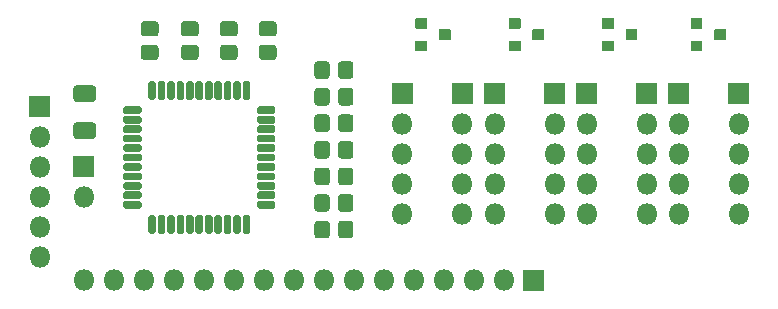
<source format=gbr>
%TF.GenerationSoftware,KiCad,Pcbnew,5.1.10-88a1d61d58~88~ubuntu20.04.1*%
%TF.CreationDate,2021-05-20T12:52:21-04:00*%
%TF.ProjectId,hexdisplay16,68657864-6973-4706-9c61-7931362e6b69,rev?*%
%TF.SameCoordinates,Original*%
%TF.FileFunction,Soldermask,Top*%
%TF.FilePolarity,Negative*%
%FSLAX46Y46*%
G04 Gerber Fmt 4.6, Leading zero omitted, Abs format (unit mm)*
G04 Created by KiCad (PCBNEW 5.1.10-88a1d61d58~88~ubuntu20.04.1) date 2021-05-20 12:52:21*
%MOMM*%
%LPD*%
G01*
G04 APERTURE LIST*
%ADD10O,1.801600X1.801600*%
G04 APERTURE END LIST*
D10*
%TO.C,J12*%
X137380000Y-134360000D03*
X137380000Y-131820000D03*
X137380000Y-129280000D03*
X137380000Y-126740000D03*
G36*
G01*
X136479200Y-125050000D02*
X136479200Y-123350000D01*
G75*
G02*
X136530000Y-123299200I50800J0D01*
G01*
X138230000Y-123299200D01*
G75*
G02*
X138280800Y-123350000I0J-50800D01*
G01*
X138280800Y-125050000D01*
G75*
G02*
X138230000Y-125100800I-50800J0D01*
G01*
X136530000Y-125100800D01*
G75*
G02*
X136479200Y-125050000I0J50800D01*
G01*
G37*
%TD*%
%TO.C,J11*%
X132300000Y-134360000D03*
X132300000Y-131820000D03*
X132300000Y-129280000D03*
X132300000Y-126740000D03*
G36*
G01*
X131399200Y-125050000D02*
X131399200Y-123350000D01*
G75*
G02*
X131450000Y-123299200I50800J0D01*
G01*
X133150000Y-123299200D01*
G75*
G02*
X133200800Y-123350000I0J-50800D01*
G01*
X133200800Y-125050000D01*
G75*
G02*
X133150000Y-125100800I-50800J0D01*
G01*
X131450000Y-125100800D01*
G75*
G02*
X131399200Y-125050000I0J50800D01*
G01*
G37*
%TD*%
%TO.C,J22*%
G36*
G01*
X128679200Y-125050000D02*
X128679200Y-123350000D01*
G75*
G02*
X128730000Y-123299200I50800J0D01*
G01*
X130430000Y-123299200D01*
G75*
G02*
X130480800Y-123350000I0J-50800D01*
G01*
X130480800Y-125050000D01*
G75*
G02*
X130430000Y-125100800I-50800J0D01*
G01*
X128730000Y-125100800D01*
G75*
G02*
X128679200Y-125050000I0J50800D01*
G01*
G37*
X129580000Y-126740000D03*
X129580000Y-129280000D03*
X129580000Y-131820000D03*
X129580000Y-134360000D03*
%TD*%
%TO.C,J32*%
X121780000Y-134360000D03*
X121780000Y-131820000D03*
X121780000Y-129280000D03*
X121780000Y-126740000D03*
G36*
G01*
X120879200Y-125050000D02*
X120879200Y-123350000D01*
G75*
G02*
X120930000Y-123299200I50800J0D01*
G01*
X122630000Y-123299200D01*
G75*
G02*
X122680800Y-123350000I0J-50800D01*
G01*
X122680800Y-125050000D01*
G75*
G02*
X122630000Y-125100800I-50800J0D01*
G01*
X120930000Y-125100800D01*
G75*
G02*
X120879200Y-125050000I0J50800D01*
G01*
G37*
%TD*%
%TO.C,J41*%
G36*
G01*
X107999200Y-125050000D02*
X107999200Y-123350000D01*
G75*
G02*
X108050000Y-123299200I50800J0D01*
G01*
X109750000Y-123299200D01*
G75*
G02*
X109800800Y-123350000I0J-50800D01*
G01*
X109800800Y-125050000D01*
G75*
G02*
X109750000Y-125100800I-50800J0D01*
G01*
X108050000Y-125100800D01*
G75*
G02*
X107999200Y-125050000I0J50800D01*
G01*
G37*
X108900000Y-126740000D03*
X108900000Y-129280000D03*
X108900000Y-131820000D03*
X108900000Y-134360000D03*
%TD*%
%TO.C,J31*%
X116700000Y-134360000D03*
X116700000Y-131820000D03*
X116700000Y-129280000D03*
X116700000Y-126740000D03*
G36*
G01*
X115799200Y-125050000D02*
X115799200Y-123350000D01*
G75*
G02*
X115850000Y-123299200I50800J0D01*
G01*
X117550000Y-123299200D01*
G75*
G02*
X117600800Y-123350000I0J-50800D01*
G01*
X117600800Y-125050000D01*
G75*
G02*
X117550000Y-125100800I-50800J0D01*
G01*
X115850000Y-125100800D01*
G75*
G02*
X115799200Y-125050000I0J50800D01*
G01*
G37*
%TD*%
%TO.C,J42*%
G36*
G01*
X113079200Y-125050000D02*
X113079200Y-123350000D01*
G75*
G02*
X113130000Y-123299200I50800J0D01*
G01*
X114830000Y-123299200D01*
G75*
G02*
X114880800Y-123350000I0J-50800D01*
G01*
X114880800Y-125050000D01*
G75*
G02*
X114830000Y-125100800I-50800J0D01*
G01*
X113130000Y-125100800D01*
G75*
G02*
X113079200Y-125050000I0J50800D01*
G01*
G37*
X113980000Y-126740000D03*
X113980000Y-129280000D03*
X113980000Y-131820000D03*
X113980000Y-134360000D03*
%TD*%
%TO.C,J21*%
G36*
G01*
X123599200Y-125050000D02*
X123599200Y-123350000D01*
G75*
G02*
X123650000Y-123299200I50800J0D01*
G01*
X125350000Y-123299200D01*
G75*
G02*
X125400800Y-123350000I0J-50800D01*
G01*
X125400800Y-125050000D01*
G75*
G02*
X125350000Y-125100800I-50800J0D01*
G01*
X123650000Y-125100800D01*
G75*
G02*
X123599200Y-125050000I0J50800D01*
G01*
G37*
X124500000Y-126740000D03*
X124500000Y-129280000D03*
X124500000Y-131820000D03*
X124500000Y-134360000D03*
%TD*%
%TO.C,J6*%
G36*
G01*
X119150000Y-139099200D02*
X120850000Y-139099200D01*
G75*
G02*
X120900800Y-139150000I0J-50800D01*
G01*
X120900800Y-140850000D01*
G75*
G02*
X120850000Y-140900800I-50800J0D01*
G01*
X119150000Y-140900800D01*
G75*
G02*
X119099200Y-140850000I0J50800D01*
G01*
X119099200Y-139150000D01*
G75*
G02*
X119150000Y-139099200I50800J0D01*
G01*
G37*
X117460000Y-140000000D03*
X114920000Y-140000000D03*
X112380000Y-140000000D03*
X109840000Y-140000000D03*
X107300000Y-140000000D03*
X104760000Y-140000000D03*
X102220000Y-140000000D03*
X99680000Y-140000000D03*
X97140000Y-140000000D03*
X94600000Y-140000000D03*
X92060000Y-140000000D03*
X89520000Y-140000000D03*
X86980000Y-140000000D03*
X84440000Y-140000000D03*
X81900000Y-140000000D03*
%TD*%
%TO.C,C1*%
G36*
G01*
X82681633Y-128038300D02*
X81318367Y-128038300D01*
G75*
G02*
X81049200Y-127769133I0J269167D01*
G01*
X81049200Y-126880867D01*
G75*
G02*
X81318367Y-126611700I269167J0D01*
G01*
X82681633Y-126611700D01*
G75*
G02*
X82950800Y-126880867I0J-269167D01*
G01*
X82950800Y-127769133D01*
G75*
G02*
X82681633Y-128038300I-269167J0D01*
G01*
G37*
G36*
G01*
X82681633Y-124913300D02*
X81318367Y-124913300D01*
G75*
G02*
X81049200Y-124644133I0J269167D01*
G01*
X81049200Y-123755867D01*
G75*
G02*
X81318367Y-123486700I269167J0D01*
G01*
X82681633Y-123486700D01*
G75*
G02*
X82950800Y-123755867I0J-269167D01*
G01*
X82950800Y-124644133D01*
G75*
G02*
X82681633Y-124913300I-269167J0D01*
G01*
G37*
%TD*%
%TO.C,J5*%
G36*
G01*
X80999200Y-131230000D02*
X80999200Y-129530000D01*
G75*
G02*
X81050000Y-129479200I50800J0D01*
G01*
X82750000Y-129479200D01*
G75*
G02*
X82800800Y-129530000I0J-50800D01*
G01*
X82800800Y-131230000D01*
G75*
G02*
X82750000Y-131280800I-50800J0D01*
G01*
X81050000Y-131280800D01*
G75*
G02*
X80999200Y-131230000I0J50800D01*
G01*
G37*
X81900000Y-132920000D03*
%TD*%
%TO.C,J7*%
G36*
G01*
X77299200Y-126150000D02*
X77299200Y-124450000D01*
G75*
G02*
X77350000Y-124399200I50800J0D01*
G01*
X79050000Y-124399200D01*
G75*
G02*
X79100800Y-124450000I0J-50800D01*
G01*
X79100800Y-126150000D01*
G75*
G02*
X79050000Y-126200800I-50800J0D01*
G01*
X77350000Y-126200800D01*
G75*
G02*
X77299200Y-126150000I0J50800D01*
G01*
G37*
X78200000Y-127840000D03*
X78200000Y-130380000D03*
X78200000Y-132920000D03*
X78200000Y-135460000D03*
X78200000Y-138000000D03*
%TD*%
%TO.C,Q1*%
G36*
G01*
X111999200Y-119600000D02*
X111999200Y-118800000D01*
G75*
G02*
X112050000Y-118749200I50800J0D01*
G01*
X112950000Y-118749200D01*
G75*
G02*
X113000800Y-118800000I0J-50800D01*
G01*
X113000800Y-119600000D01*
G75*
G02*
X112950000Y-119650800I-50800J0D01*
G01*
X112050000Y-119650800D01*
G75*
G02*
X111999200Y-119600000I0J50800D01*
G01*
G37*
G36*
G01*
X109999200Y-120550000D02*
X109999200Y-119750000D01*
G75*
G02*
X110050000Y-119699200I50800J0D01*
G01*
X110950000Y-119699200D01*
G75*
G02*
X111000800Y-119750000I0J-50800D01*
G01*
X111000800Y-120550000D01*
G75*
G02*
X110950000Y-120600800I-50800J0D01*
G01*
X110050000Y-120600800D01*
G75*
G02*
X109999200Y-120550000I0J50800D01*
G01*
G37*
G36*
G01*
X109999200Y-118650000D02*
X109999200Y-117850000D01*
G75*
G02*
X110050000Y-117799200I50800J0D01*
G01*
X110950000Y-117799200D01*
G75*
G02*
X111000800Y-117850000I0J-50800D01*
G01*
X111000800Y-118650000D01*
G75*
G02*
X110950000Y-118700800I-50800J0D01*
G01*
X110050000Y-118700800D01*
G75*
G02*
X109999200Y-118650000I0J50800D01*
G01*
G37*
%TD*%
%TO.C,Q2*%
G36*
G01*
X117899200Y-118650000D02*
X117899200Y-117850000D01*
G75*
G02*
X117950000Y-117799200I50800J0D01*
G01*
X118850000Y-117799200D01*
G75*
G02*
X118900800Y-117850000I0J-50800D01*
G01*
X118900800Y-118650000D01*
G75*
G02*
X118850000Y-118700800I-50800J0D01*
G01*
X117950000Y-118700800D01*
G75*
G02*
X117899200Y-118650000I0J50800D01*
G01*
G37*
G36*
G01*
X117899200Y-120550000D02*
X117899200Y-119750000D01*
G75*
G02*
X117950000Y-119699200I50800J0D01*
G01*
X118850000Y-119699200D01*
G75*
G02*
X118900800Y-119750000I0J-50800D01*
G01*
X118900800Y-120550000D01*
G75*
G02*
X118850000Y-120600800I-50800J0D01*
G01*
X117950000Y-120600800D01*
G75*
G02*
X117899200Y-120550000I0J50800D01*
G01*
G37*
G36*
G01*
X119899200Y-119600000D02*
X119899200Y-118800000D01*
G75*
G02*
X119950000Y-118749200I50800J0D01*
G01*
X120850000Y-118749200D01*
G75*
G02*
X120900800Y-118800000I0J-50800D01*
G01*
X120900800Y-119600000D01*
G75*
G02*
X120850000Y-119650800I-50800J0D01*
G01*
X119950000Y-119650800D01*
G75*
G02*
X119899200Y-119600000I0J50800D01*
G01*
G37*
%TD*%
%TO.C,Q3*%
G36*
G01*
X125799200Y-118650000D02*
X125799200Y-117850000D01*
G75*
G02*
X125850000Y-117799200I50800J0D01*
G01*
X126750000Y-117799200D01*
G75*
G02*
X126800800Y-117850000I0J-50800D01*
G01*
X126800800Y-118650000D01*
G75*
G02*
X126750000Y-118700800I-50800J0D01*
G01*
X125850000Y-118700800D01*
G75*
G02*
X125799200Y-118650000I0J50800D01*
G01*
G37*
G36*
G01*
X125799200Y-120550000D02*
X125799200Y-119750000D01*
G75*
G02*
X125850000Y-119699200I50800J0D01*
G01*
X126750000Y-119699200D01*
G75*
G02*
X126800800Y-119750000I0J-50800D01*
G01*
X126800800Y-120550000D01*
G75*
G02*
X126750000Y-120600800I-50800J0D01*
G01*
X125850000Y-120600800D01*
G75*
G02*
X125799200Y-120550000I0J50800D01*
G01*
G37*
G36*
G01*
X127799200Y-119600000D02*
X127799200Y-118800000D01*
G75*
G02*
X127850000Y-118749200I50800J0D01*
G01*
X128750000Y-118749200D01*
G75*
G02*
X128800800Y-118800000I0J-50800D01*
G01*
X128800800Y-119600000D01*
G75*
G02*
X128750000Y-119650800I-50800J0D01*
G01*
X127850000Y-119650800D01*
G75*
G02*
X127799200Y-119600000I0J50800D01*
G01*
G37*
%TD*%
%TO.C,Q4*%
G36*
G01*
X135299200Y-119600000D02*
X135299200Y-118800000D01*
G75*
G02*
X135350000Y-118749200I50800J0D01*
G01*
X136250000Y-118749200D01*
G75*
G02*
X136300800Y-118800000I0J-50800D01*
G01*
X136300800Y-119600000D01*
G75*
G02*
X136250000Y-119650800I-50800J0D01*
G01*
X135350000Y-119650800D01*
G75*
G02*
X135299200Y-119600000I0J50800D01*
G01*
G37*
G36*
G01*
X133299200Y-120550000D02*
X133299200Y-119750000D01*
G75*
G02*
X133350000Y-119699200I50800J0D01*
G01*
X134250000Y-119699200D01*
G75*
G02*
X134300800Y-119750000I0J-50800D01*
G01*
X134300800Y-120550000D01*
G75*
G02*
X134250000Y-120600800I-50800J0D01*
G01*
X133350000Y-120600800D01*
G75*
G02*
X133299200Y-120550000I0J50800D01*
G01*
G37*
G36*
G01*
X133299200Y-118650000D02*
X133299200Y-117850000D01*
G75*
G02*
X133350000Y-117799200I50800J0D01*
G01*
X134250000Y-117799200D01*
G75*
G02*
X134300800Y-117850000I0J-50800D01*
G01*
X134300800Y-118650000D01*
G75*
G02*
X134250000Y-118700800I-50800J0D01*
G01*
X133350000Y-118700800D01*
G75*
G02*
X133299200Y-118650000I0J50800D01*
G01*
G37*
%TD*%
%TO.C,R1*%
G36*
G01*
X101449200Y-122679635D02*
X101449200Y-121720365D01*
G75*
G02*
X101720365Y-121449200I271165J0D01*
G01*
X102479635Y-121449200D01*
G75*
G02*
X102750800Y-121720365I0J-271165D01*
G01*
X102750800Y-122679635D01*
G75*
G02*
X102479635Y-122950800I-271165J0D01*
G01*
X101720365Y-122950800D01*
G75*
G02*
X101449200Y-122679635I0J271165D01*
G01*
G37*
G36*
G01*
X103449200Y-122679635D02*
X103449200Y-121720365D01*
G75*
G02*
X103720365Y-121449200I271165J0D01*
G01*
X104479635Y-121449200D01*
G75*
G02*
X104750800Y-121720365I0J-271165D01*
G01*
X104750800Y-122679635D01*
G75*
G02*
X104479635Y-122950800I-271165J0D01*
G01*
X103720365Y-122950800D01*
G75*
G02*
X103449200Y-122679635I0J271165D01*
G01*
G37*
%TD*%
%TO.C,R2*%
G36*
G01*
X103449200Y-124929635D02*
X103449200Y-123970365D01*
G75*
G02*
X103720365Y-123699200I271165J0D01*
G01*
X104479635Y-123699200D01*
G75*
G02*
X104750800Y-123970365I0J-271165D01*
G01*
X104750800Y-124929635D01*
G75*
G02*
X104479635Y-125200800I-271165J0D01*
G01*
X103720365Y-125200800D01*
G75*
G02*
X103449200Y-124929635I0J271165D01*
G01*
G37*
G36*
G01*
X101449200Y-124929635D02*
X101449200Y-123970365D01*
G75*
G02*
X101720365Y-123699200I271165J0D01*
G01*
X102479635Y-123699200D01*
G75*
G02*
X102750800Y-123970365I0J-271165D01*
G01*
X102750800Y-124929635D01*
G75*
G02*
X102479635Y-125200800I-271165J0D01*
G01*
X101720365Y-125200800D01*
G75*
G02*
X101449200Y-124929635I0J271165D01*
G01*
G37*
%TD*%
%TO.C,R3*%
G36*
G01*
X101449200Y-127179635D02*
X101449200Y-126220365D01*
G75*
G02*
X101720365Y-125949200I271165J0D01*
G01*
X102479635Y-125949200D01*
G75*
G02*
X102750800Y-126220365I0J-271165D01*
G01*
X102750800Y-127179635D01*
G75*
G02*
X102479635Y-127450800I-271165J0D01*
G01*
X101720365Y-127450800D01*
G75*
G02*
X101449200Y-127179635I0J271165D01*
G01*
G37*
G36*
G01*
X103449200Y-127179635D02*
X103449200Y-126220365D01*
G75*
G02*
X103720365Y-125949200I271165J0D01*
G01*
X104479635Y-125949200D01*
G75*
G02*
X104750800Y-126220365I0J-271165D01*
G01*
X104750800Y-127179635D01*
G75*
G02*
X104479635Y-127450800I-271165J0D01*
G01*
X103720365Y-127450800D01*
G75*
G02*
X103449200Y-127179635I0J271165D01*
G01*
G37*
%TD*%
%TO.C,R4*%
G36*
G01*
X103449200Y-129429635D02*
X103449200Y-128470365D01*
G75*
G02*
X103720365Y-128199200I271165J0D01*
G01*
X104479635Y-128199200D01*
G75*
G02*
X104750800Y-128470365I0J-271165D01*
G01*
X104750800Y-129429635D01*
G75*
G02*
X104479635Y-129700800I-271165J0D01*
G01*
X103720365Y-129700800D01*
G75*
G02*
X103449200Y-129429635I0J271165D01*
G01*
G37*
G36*
G01*
X101449200Y-129429635D02*
X101449200Y-128470365D01*
G75*
G02*
X101720365Y-128199200I271165J0D01*
G01*
X102479635Y-128199200D01*
G75*
G02*
X102750800Y-128470365I0J-271165D01*
G01*
X102750800Y-129429635D01*
G75*
G02*
X102479635Y-129700800I-271165J0D01*
G01*
X101720365Y-129700800D01*
G75*
G02*
X101449200Y-129429635I0J271165D01*
G01*
G37*
%TD*%
%TO.C,R5*%
G36*
G01*
X101449200Y-131679635D02*
X101449200Y-130720365D01*
G75*
G02*
X101720365Y-130449200I271165J0D01*
G01*
X102479635Y-130449200D01*
G75*
G02*
X102750800Y-130720365I0J-271165D01*
G01*
X102750800Y-131679635D01*
G75*
G02*
X102479635Y-131950800I-271165J0D01*
G01*
X101720365Y-131950800D01*
G75*
G02*
X101449200Y-131679635I0J271165D01*
G01*
G37*
G36*
G01*
X103449200Y-131679635D02*
X103449200Y-130720365D01*
G75*
G02*
X103720365Y-130449200I271165J0D01*
G01*
X104479635Y-130449200D01*
G75*
G02*
X104750800Y-130720365I0J-271165D01*
G01*
X104750800Y-131679635D01*
G75*
G02*
X104479635Y-131950800I-271165J0D01*
G01*
X103720365Y-131950800D01*
G75*
G02*
X103449200Y-131679635I0J271165D01*
G01*
G37*
%TD*%
%TO.C,R6*%
G36*
G01*
X103449200Y-133929635D02*
X103449200Y-132970365D01*
G75*
G02*
X103720365Y-132699200I271165J0D01*
G01*
X104479635Y-132699200D01*
G75*
G02*
X104750800Y-132970365I0J-271165D01*
G01*
X104750800Y-133929635D01*
G75*
G02*
X104479635Y-134200800I-271165J0D01*
G01*
X103720365Y-134200800D01*
G75*
G02*
X103449200Y-133929635I0J271165D01*
G01*
G37*
G36*
G01*
X101449200Y-133929635D02*
X101449200Y-132970365D01*
G75*
G02*
X101720365Y-132699200I271165J0D01*
G01*
X102479635Y-132699200D01*
G75*
G02*
X102750800Y-132970365I0J-271165D01*
G01*
X102750800Y-133929635D01*
G75*
G02*
X102479635Y-134200800I-271165J0D01*
G01*
X101720365Y-134200800D01*
G75*
G02*
X101449200Y-133929635I0J271165D01*
G01*
G37*
%TD*%
%TO.C,R7*%
G36*
G01*
X101449200Y-136179635D02*
X101449200Y-135220365D01*
G75*
G02*
X101720365Y-134949200I271165J0D01*
G01*
X102479635Y-134949200D01*
G75*
G02*
X102750800Y-135220365I0J-271165D01*
G01*
X102750800Y-136179635D01*
G75*
G02*
X102479635Y-136450800I-271165J0D01*
G01*
X101720365Y-136450800D01*
G75*
G02*
X101449200Y-136179635I0J271165D01*
G01*
G37*
G36*
G01*
X103449200Y-136179635D02*
X103449200Y-135220365D01*
G75*
G02*
X103720365Y-134949200I271165J0D01*
G01*
X104479635Y-134949200D01*
G75*
G02*
X104750800Y-135220365I0J-271165D01*
G01*
X104750800Y-136179635D01*
G75*
G02*
X104479635Y-136450800I-271165J0D01*
G01*
X103720365Y-136450800D01*
G75*
G02*
X103449200Y-136179635I0J271165D01*
G01*
G37*
%TD*%
%TO.C,R8*%
G36*
G01*
X97020365Y-118049200D02*
X97979635Y-118049200D01*
G75*
G02*
X98250800Y-118320365I0J-271165D01*
G01*
X98250800Y-119079635D01*
G75*
G02*
X97979635Y-119350800I-271165J0D01*
G01*
X97020365Y-119350800D01*
G75*
G02*
X96749200Y-119079635I0J271165D01*
G01*
X96749200Y-118320365D01*
G75*
G02*
X97020365Y-118049200I271165J0D01*
G01*
G37*
G36*
G01*
X97020365Y-120049200D02*
X97979635Y-120049200D01*
G75*
G02*
X98250800Y-120320365I0J-271165D01*
G01*
X98250800Y-121079635D01*
G75*
G02*
X97979635Y-121350800I-271165J0D01*
G01*
X97020365Y-121350800D01*
G75*
G02*
X96749200Y-121079635I0J271165D01*
G01*
X96749200Y-120320365D01*
G75*
G02*
X97020365Y-120049200I271165J0D01*
G01*
G37*
%TD*%
%TO.C,R9*%
G36*
G01*
X93720365Y-120049200D02*
X94679635Y-120049200D01*
G75*
G02*
X94950800Y-120320365I0J-271165D01*
G01*
X94950800Y-121079635D01*
G75*
G02*
X94679635Y-121350800I-271165J0D01*
G01*
X93720365Y-121350800D01*
G75*
G02*
X93449200Y-121079635I0J271165D01*
G01*
X93449200Y-120320365D01*
G75*
G02*
X93720365Y-120049200I271165J0D01*
G01*
G37*
G36*
G01*
X93720365Y-118049200D02*
X94679635Y-118049200D01*
G75*
G02*
X94950800Y-118320365I0J-271165D01*
G01*
X94950800Y-119079635D01*
G75*
G02*
X94679635Y-119350800I-271165J0D01*
G01*
X93720365Y-119350800D01*
G75*
G02*
X93449200Y-119079635I0J271165D01*
G01*
X93449200Y-118320365D01*
G75*
G02*
X93720365Y-118049200I271165J0D01*
G01*
G37*
%TD*%
%TO.C,R10*%
G36*
G01*
X90420365Y-118049200D02*
X91379635Y-118049200D01*
G75*
G02*
X91650800Y-118320365I0J-271165D01*
G01*
X91650800Y-119079635D01*
G75*
G02*
X91379635Y-119350800I-271165J0D01*
G01*
X90420365Y-119350800D01*
G75*
G02*
X90149200Y-119079635I0J271165D01*
G01*
X90149200Y-118320365D01*
G75*
G02*
X90420365Y-118049200I271165J0D01*
G01*
G37*
G36*
G01*
X90420365Y-120049200D02*
X91379635Y-120049200D01*
G75*
G02*
X91650800Y-120320365I0J-271165D01*
G01*
X91650800Y-121079635D01*
G75*
G02*
X91379635Y-121350800I-271165J0D01*
G01*
X90420365Y-121350800D01*
G75*
G02*
X90149200Y-121079635I0J271165D01*
G01*
X90149200Y-120320365D01*
G75*
G02*
X90420365Y-120049200I271165J0D01*
G01*
G37*
%TD*%
%TO.C,R11*%
G36*
G01*
X87020365Y-120049200D02*
X87979635Y-120049200D01*
G75*
G02*
X88250800Y-120320365I0J-271165D01*
G01*
X88250800Y-121079635D01*
G75*
G02*
X87979635Y-121350800I-271165J0D01*
G01*
X87020365Y-121350800D01*
G75*
G02*
X86749200Y-121079635I0J271165D01*
G01*
X86749200Y-120320365D01*
G75*
G02*
X87020365Y-120049200I271165J0D01*
G01*
G37*
G36*
G01*
X87020365Y-118049200D02*
X87979635Y-118049200D01*
G75*
G02*
X88250800Y-118320365I0J-271165D01*
G01*
X88250800Y-119079635D01*
G75*
G02*
X87979635Y-119350800I-271165J0D01*
G01*
X87020365Y-119350800D01*
G75*
G02*
X86749200Y-119079635I0J271165D01*
G01*
X86749200Y-118320365D01*
G75*
G02*
X87020365Y-118049200I271165J0D01*
G01*
G37*
%TD*%
%TO.C,U1*%
G36*
G01*
X85249200Y-125762900D02*
X85249200Y-125437100D01*
G75*
G02*
X85412100Y-125274200I162900J0D01*
G01*
X86662900Y-125274200D01*
G75*
G02*
X86825800Y-125437100I0J-162900D01*
G01*
X86825800Y-125762900D01*
G75*
G02*
X86662900Y-125925800I-162900J0D01*
G01*
X85412100Y-125925800D01*
G75*
G02*
X85249200Y-125762900I0J162900D01*
G01*
G37*
G36*
G01*
X85249200Y-126562900D02*
X85249200Y-126237100D01*
G75*
G02*
X85412100Y-126074200I162900J0D01*
G01*
X86662900Y-126074200D01*
G75*
G02*
X86825800Y-126237100I0J-162900D01*
G01*
X86825800Y-126562900D01*
G75*
G02*
X86662900Y-126725800I-162900J0D01*
G01*
X85412100Y-126725800D01*
G75*
G02*
X85249200Y-126562900I0J162900D01*
G01*
G37*
G36*
G01*
X85249200Y-127362900D02*
X85249200Y-127037100D01*
G75*
G02*
X85412100Y-126874200I162900J0D01*
G01*
X86662900Y-126874200D01*
G75*
G02*
X86825800Y-127037100I0J-162900D01*
G01*
X86825800Y-127362900D01*
G75*
G02*
X86662900Y-127525800I-162900J0D01*
G01*
X85412100Y-127525800D01*
G75*
G02*
X85249200Y-127362900I0J162900D01*
G01*
G37*
G36*
G01*
X85249200Y-128162900D02*
X85249200Y-127837100D01*
G75*
G02*
X85412100Y-127674200I162900J0D01*
G01*
X86662900Y-127674200D01*
G75*
G02*
X86825800Y-127837100I0J-162900D01*
G01*
X86825800Y-128162900D01*
G75*
G02*
X86662900Y-128325800I-162900J0D01*
G01*
X85412100Y-128325800D01*
G75*
G02*
X85249200Y-128162900I0J162900D01*
G01*
G37*
G36*
G01*
X85249200Y-128962900D02*
X85249200Y-128637100D01*
G75*
G02*
X85412100Y-128474200I162900J0D01*
G01*
X86662900Y-128474200D01*
G75*
G02*
X86825800Y-128637100I0J-162900D01*
G01*
X86825800Y-128962900D01*
G75*
G02*
X86662900Y-129125800I-162900J0D01*
G01*
X85412100Y-129125800D01*
G75*
G02*
X85249200Y-128962900I0J162900D01*
G01*
G37*
G36*
G01*
X85249200Y-129762900D02*
X85249200Y-129437100D01*
G75*
G02*
X85412100Y-129274200I162900J0D01*
G01*
X86662900Y-129274200D01*
G75*
G02*
X86825800Y-129437100I0J-162900D01*
G01*
X86825800Y-129762900D01*
G75*
G02*
X86662900Y-129925800I-162900J0D01*
G01*
X85412100Y-129925800D01*
G75*
G02*
X85249200Y-129762900I0J162900D01*
G01*
G37*
G36*
G01*
X85249200Y-130562900D02*
X85249200Y-130237100D01*
G75*
G02*
X85412100Y-130074200I162900J0D01*
G01*
X86662900Y-130074200D01*
G75*
G02*
X86825800Y-130237100I0J-162900D01*
G01*
X86825800Y-130562900D01*
G75*
G02*
X86662900Y-130725800I-162900J0D01*
G01*
X85412100Y-130725800D01*
G75*
G02*
X85249200Y-130562900I0J162900D01*
G01*
G37*
G36*
G01*
X85249200Y-131362900D02*
X85249200Y-131037100D01*
G75*
G02*
X85412100Y-130874200I162900J0D01*
G01*
X86662900Y-130874200D01*
G75*
G02*
X86825800Y-131037100I0J-162900D01*
G01*
X86825800Y-131362900D01*
G75*
G02*
X86662900Y-131525800I-162900J0D01*
G01*
X85412100Y-131525800D01*
G75*
G02*
X85249200Y-131362900I0J162900D01*
G01*
G37*
G36*
G01*
X85249200Y-132162900D02*
X85249200Y-131837100D01*
G75*
G02*
X85412100Y-131674200I162900J0D01*
G01*
X86662900Y-131674200D01*
G75*
G02*
X86825800Y-131837100I0J-162900D01*
G01*
X86825800Y-132162900D01*
G75*
G02*
X86662900Y-132325800I-162900J0D01*
G01*
X85412100Y-132325800D01*
G75*
G02*
X85249200Y-132162900I0J162900D01*
G01*
G37*
G36*
G01*
X85249200Y-132962900D02*
X85249200Y-132637100D01*
G75*
G02*
X85412100Y-132474200I162900J0D01*
G01*
X86662900Y-132474200D01*
G75*
G02*
X86825800Y-132637100I0J-162900D01*
G01*
X86825800Y-132962900D01*
G75*
G02*
X86662900Y-133125800I-162900J0D01*
G01*
X85412100Y-133125800D01*
G75*
G02*
X85249200Y-132962900I0J162900D01*
G01*
G37*
G36*
G01*
X85249200Y-133762900D02*
X85249200Y-133437100D01*
G75*
G02*
X85412100Y-133274200I162900J0D01*
G01*
X86662900Y-133274200D01*
G75*
G02*
X86825800Y-133437100I0J-162900D01*
G01*
X86825800Y-133762900D01*
G75*
G02*
X86662900Y-133925800I-162900J0D01*
G01*
X85412100Y-133925800D01*
G75*
G02*
X85249200Y-133762900I0J162900D01*
G01*
G37*
G36*
G01*
X87374200Y-135887900D02*
X87374200Y-134637100D01*
G75*
G02*
X87537100Y-134474200I162900J0D01*
G01*
X87862900Y-134474200D01*
G75*
G02*
X88025800Y-134637100I0J-162900D01*
G01*
X88025800Y-135887900D01*
G75*
G02*
X87862900Y-136050800I-162900J0D01*
G01*
X87537100Y-136050800D01*
G75*
G02*
X87374200Y-135887900I0J162900D01*
G01*
G37*
G36*
G01*
X88174200Y-135887900D02*
X88174200Y-134637100D01*
G75*
G02*
X88337100Y-134474200I162900J0D01*
G01*
X88662900Y-134474200D01*
G75*
G02*
X88825800Y-134637100I0J-162900D01*
G01*
X88825800Y-135887900D01*
G75*
G02*
X88662900Y-136050800I-162900J0D01*
G01*
X88337100Y-136050800D01*
G75*
G02*
X88174200Y-135887900I0J162900D01*
G01*
G37*
G36*
G01*
X88974200Y-135887900D02*
X88974200Y-134637100D01*
G75*
G02*
X89137100Y-134474200I162900J0D01*
G01*
X89462900Y-134474200D01*
G75*
G02*
X89625800Y-134637100I0J-162900D01*
G01*
X89625800Y-135887900D01*
G75*
G02*
X89462900Y-136050800I-162900J0D01*
G01*
X89137100Y-136050800D01*
G75*
G02*
X88974200Y-135887900I0J162900D01*
G01*
G37*
G36*
G01*
X89774200Y-135887900D02*
X89774200Y-134637100D01*
G75*
G02*
X89937100Y-134474200I162900J0D01*
G01*
X90262900Y-134474200D01*
G75*
G02*
X90425800Y-134637100I0J-162900D01*
G01*
X90425800Y-135887900D01*
G75*
G02*
X90262900Y-136050800I-162900J0D01*
G01*
X89937100Y-136050800D01*
G75*
G02*
X89774200Y-135887900I0J162900D01*
G01*
G37*
G36*
G01*
X90574200Y-135887900D02*
X90574200Y-134637100D01*
G75*
G02*
X90737100Y-134474200I162900J0D01*
G01*
X91062900Y-134474200D01*
G75*
G02*
X91225800Y-134637100I0J-162900D01*
G01*
X91225800Y-135887900D01*
G75*
G02*
X91062900Y-136050800I-162900J0D01*
G01*
X90737100Y-136050800D01*
G75*
G02*
X90574200Y-135887900I0J162900D01*
G01*
G37*
G36*
G01*
X91374200Y-135887900D02*
X91374200Y-134637100D01*
G75*
G02*
X91537100Y-134474200I162900J0D01*
G01*
X91862900Y-134474200D01*
G75*
G02*
X92025800Y-134637100I0J-162900D01*
G01*
X92025800Y-135887900D01*
G75*
G02*
X91862900Y-136050800I-162900J0D01*
G01*
X91537100Y-136050800D01*
G75*
G02*
X91374200Y-135887900I0J162900D01*
G01*
G37*
G36*
G01*
X92174200Y-135887900D02*
X92174200Y-134637100D01*
G75*
G02*
X92337100Y-134474200I162900J0D01*
G01*
X92662900Y-134474200D01*
G75*
G02*
X92825800Y-134637100I0J-162900D01*
G01*
X92825800Y-135887900D01*
G75*
G02*
X92662900Y-136050800I-162900J0D01*
G01*
X92337100Y-136050800D01*
G75*
G02*
X92174200Y-135887900I0J162900D01*
G01*
G37*
G36*
G01*
X92974200Y-135887900D02*
X92974200Y-134637100D01*
G75*
G02*
X93137100Y-134474200I162900J0D01*
G01*
X93462900Y-134474200D01*
G75*
G02*
X93625800Y-134637100I0J-162900D01*
G01*
X93625800Y-135887900D01*
G75*
G02*
X93462900Y-136050800I-162900J0D01*
G01*
X93137100Y-136050800D01*
G75*
G02*
X92974200Y-135887900I0J162900D01*
G01*
G37*
G36*
G01*
X93774200Y-135887900D02*
X93774200Y-134637100D01*
G75*
G02*
X93937100Y-134474200I162900J0D01*
G01*
X94262900Y-134474200D01*
G75*
G02*
X94425800Y-134637100I0J-162900D01*
G01*
X94425800Y-135887900D01*
G75*
G02*
X94262900Y-136050800I-162900J0D01*
G01*
X93937100Y-136050800D01*
G75*
G02*
X93774200Y-135887900I0J162900D01*
G01*
G37*
G36*
G01*
X94574200Y-135887900D02*
X94574200Y-134637100D01*
G75*
G02*
X94737100Y-134474200I162900J0D01*
G01*
X95062900Y-134474200D01*
G75*
G02*
X95225800Y-134637100I0J-162900D01*
G01*
X95225800Y-135887900D01*
G75*
G02*
X95062900Y-136050800I-162900J0D01*
G01*
X94737100Y-136050800D01*
G75*
G02*
X94574200Y-135887900I0J162900D01*
G01*
G37*
G36*
G01*
X95374200Y-135887900D02*
X95374200Y-134637100D01*
G75*
G02*
X95537100Y-134474200I162900J0D01*
G01*
X95862900Y-134474200D01*
G75*
G02*
X96025800Y-134637100I0J-162900D01*
G01*
X96025800Y-135887900D01*
G75*
G02*
X95862900Y-136050800I-162900J0D01*
G01*
X95537100Y-136050800D01*
G75*
G02*
X95374200Y-135887900I0J162900D01*
G01*
G37*
G36*
G01*
X96574200Y-133762900D02*
X96574200Y-133437100D01*
G75*
G02*
X96737100Y-133274200I162900J0D01*
G01*
X97987900Y-133274200D01*
G75*
G02*
X98150800Y-133437100I0J-162900D01*
G01*
X98150800Y-133762900D01*
G75*
G02*
X97987900Y-133925800I-162900J0D01*
G01*
X96737100Y-133925800D01*
G75*
G02*
X96574200Y-133762900I0J162900D01*
G01*
G37*
G36*
G01*
X96574200Y-132962900D02*
X96574200Y-132637100D01*
G75*
G02*
X96737100Y-132474200I162900J0D01*
G01*
X97987900Y-132474200D01*
G75*
G02*
X98150800Y-132637100I0J-162900D01*
G01*
X98150800Y-132962900D01*
G75*
G02*
X97987900Y-133125800I-162900J0D01*
G01*
X96737100Y-133125800D01*
G75*
G02*
X96574200Y-132962900I0J162900D01*
G01*
G37*
G36*
G01*
X96574200Y-132162900D02*
X96574200Y-131837100D01*
G75*
G02*
X96737100Y-131674200I162900J0D01*
G01*
X97987900Y-131674200D01*
G75*
G02*
X98150800Y-131837100I0J-162900D01*
G01*
X98150800Y-132162900D01*
G75*
G02*
X97987900Y-132325800I-162900J0D01*
G01*
X96737100Y-132325800D01*
G75*
G02*
X96574200Y-132162900I0J162900D01*
G01*
G37*
G36*
G01*
X96574200Y-131362900D02*
X96574200Y-131037100D01*
G75*
G02*
X96737100Y-130874200I162900J0D01*
G01*
X97987900Y-130874200D01*
G75*
G02*
X98150800Y-131037100I0J-162900D01*
G01*
X98150800Y-131362900D01*
G75*
G02*
X97987900Y-131525800I-162900J0D01*
G01*
X96737100Y-131525800D01*
G75*
G02*
X96574200Y-131362900I0J162900D01*
G01*
G37*
G36*
G01*
X96574200Y-130562900D02*
X96574200Y-130237100D01*
G75*
G02*
X96737100Y-130074200I162900J0D01*
G01*
X97987900Y-130074200D01*
G75*
G02*
X98150800Y-130237100I0J-162900D01*
G01*
X98150800Y-130562900D01*
G75*
G02*
X97987900Y-130725800I-162900J0D01*
G01*
X96737100Y-130725800D01*
G75*
G02*
X96574200Y-130562900I0J162900D01*
G01*
G37*
G36*
G01*
X96574200Y-129762900D02*
X96574200Y-129437100D01*
G75*
G02*
X96737100Y-129274200I162900J0D01*
G01*
X97987900Y-129274200D01*
G75*
G02*
X98150800Y-129437100I0J-162900D01*
G01*
X98150800Y-129762900D01*
G75*
G02*
X97987900Y-129925800I-162900J0D01*
G01*
X96737100Y-129925800D01*
G75*
G02*
X96574200Y-129762900I0J162900D01*
G01*
G37*
G36*
G01*
X96574200Y-128962900D02*
X96574200Y-128637100D01*
G75*
G02*
X96737100Y-128474200I162900J0D01*
G01*
X97987900Y-128474200D01*
G75*
G02*
X98150800Y-128637100I0J-162900D01*
G01*
X98150800Y-128962900D01*
G75*
G02*
X97987900Y-129125800I-162900J0D01*
G01*
X96737100Y-129125800D01*
G75*
G02*
X96574200Y-128962900I0J162900D01*
G01*
G37*
G36*
G01*
X96574200Y-128162900D02*
X96574200Y-127837100D01*
G75*
G02*
X96737100Y-127674200I162900J0D01*
G01*
X97987900Y-127674200D01*
G75*
G02*
X98150800Y-127837100I0J-162900D01*
G01*
X98150800Y-128162900D01*
G75*
G02*
X97987900Y-128325800I-162900J0D01*
G01*
X96737100Y-128325800D01*
G75*
G02*
X96574200Y-128162900I0J162900D01*
G01*
G37*
G36*
G01*
X96574200Y-127362900D02*
X96574200Y-127037100D01*
G75*
G02*
X96737100Y-126874200I162900J0D01*
G01*
X97987900Y-126874200D01*
G75*
G02*
X98150800Y-127037100I0J-162900D01*
G01*
X98150800Y-127362900D01*
G75*
G02*
X97987900Y-127525800I-162900J0D01*
G01*
X96737100Y-127525800D01*
G75*
G02*
X96574200Y-127362900I0J162900D01*
G01*
G37*
G36*
G01*
X96574200Y-126562900D02*
X96574200Y-126237100D01*
G75*
G02*
X96737100Y-126074200I162900J0D01*
G01*
X97987900Y-126074200D01*
G75*
G02*
X98150800Y-126237100I0J-162900D01*
G01*
X98150800Y-126562900D01*
G75*
G02*
X97987900Y-126725800I-162900J0D01*
G01*
X96737100Y-126725800D01*
G75*
G02*
X96574200Y-126562900I0J162900D01*
G01*
G37*
G36*
G01*
X96574200Y-125762900D02*
X96574200Y-125437100D01*
G75*
G02*
X96737100Y-125274200I162900J0D01*
G01*
X97987900Y-125274200D01*
G75*
G02*
X98150800Y-125437100I0J-162900D01*
G01*
X98150800Y-125762900D01*
G75*
G02*
X97987900Y-125925800I-162900J0D01*
G01*
X96737100Y-125925800D01*
G75*
G02*
X96574200Y-125762900I0J162900D01*
G01*
G37*
G36*
G01*
X95374200Y-124562900D02*
X95374200Y-123312100D01*
G75*
G02*
X95537100Y-123149200I162900J0D01*
G01*
X95862900Y-123149200D01*
G75*
G02*
X96025800Y-123312100I0J-162900D01*
G01*
X96025800Y-124562900D01*
G75*
G02*
X95862900Y-124725800I-162900J0D01*
G01*
X95537100Y-124725800D01*
G75*
G02*
X95374200Y-124562900I0J162900D01*
G01*
G37*
G36*
G01*
X94574200Y-124562900D02*
X94574200Y-123312100D01*
G75*
G02*
X94737100Y-123149200I162900J0D01*
G01*
X95062900Y-123149200D01*
G75*
G02*
X95225800Y-123312100I0J-162900D01*
G01*
X95225800Y-124562900D01*
G75*
G02*
X95062900Y-124725800I-162900J0D01*
G01*
X94737100Y-124725800D01*
G75*
G02*
X94574200Y-124562900I0J162900D01*
G01*
G37*
G36*
G01*
X93774200Y-124562900D02*
X93774200Y-123312100D01*
G75*
G02*
X93937100Y-123149200I162900J0D01*
G01*
X94262900Y-123149200D01*
G75*
G02*
X94425800Y-123312100I0J-162900D01*
G01*
X94425800Y-124562900D01*
G75*
G02*
X94262900Y-124725800I-162900J0D01*
G01*
X93937100Y-124725800D01*
G75*
G02*
X93774200Y-124562900I0J162900D01*
G01*
G37*
G36*
G01*
X92974200Y-124562900D02*
X92974200Y-123312100D01*
G75*
G02*
X93137100Y-123149200I162900J0D01*
G01*
X93462900Y-123149200D01*
G75*
G02*
X93625800Y-123312100I0J-162900D01*
G01*
X93625800Y-124562900D01*
G75*
G02*
X93462900Y-124725800I-162900J0D01*
G01*
X93137100Y-124725800D01*
G75*
G02*
X92974200Y-124562900I0J162900D01*
G01*
G37*
G36*
G01*
X92174200Y-124562900D02*
X92174200Y-123312100D01*
G75*
G02*
X92337100Y-123149200I162900J0D01*
G01*
X92662900Y-123149200D01*
G75*
G02*
X92825800Y-123312100I0J-162900D01*
G01*
X92825800Y-124562900D01*
G75*
G02*
X92662900Y-124725800I-162900J0D01*
G01*
X92337100Y-124725800D01*
G75*
G02*
X92174200Y-124562900I0J162900D01*
G01*
G37*
G36*
G01*
X91374200Y-124562900D02*
X91374200Y-123312100D01*
G75*
G02*
X91537100Y-123149200I162900J0D01*
G01*
X91862900Y-123149200D01*
G75*
G02*
X92025800Y-123312100I0J-162900D01*
G01*
X92025800Y-124562900D01*
G75*
G02*
X91862900Y-124725800I-162900J0D01*
G01*
X91537100Y-124725800D01*
G75*
G02*
X91374200Y-124562900I0J162900D01*
G01*
G37*
G36*
G01*
X90574200Y-124562900D02*
X90574200Y-123312100D01*
G75*
G02*
X90737100Y-123149200I162900J0D01*
G01*
X91062900Y-123149200D01*
G75*
G02*
X91225800Y-123312100I0J-162900D01*
G01*
X91225800Y-124562900D01*
G75*
G02*
X91062900Y-124725800I-162900J0D01*
G01*
X90737100Y-124725800D01*
G75*
G02*
X90574200Y-124562900I0J162900D01*
G01*
G37*
G36*
G01*
X89774200Y-124562900D02*
X89774200Y-123312100D01*
G75*
G02*
X89937100Y-123149200I162900J0D01*
G01*
X90262900Y-123149200D01*
G75*
G02*
X90425800Y-123312100I0J-162900D01*
G01*
X90425800Y-124562900D01*
G75*
G02*
X90262900Y-124725800I-162900J0D01*
G01*
X89937100Y-124725800D01*
G75*
G02*
X89774200Y-124562900I0J162900D01*
G01*
G37*
G36*
G01*
X88974200Y-124562900D02*
X88974200Y-123312100D01*
G75*
G02*
X89137100Y-123149200I162900J0D01*
G01*
X89462900Y-123149200D01*
G75*
G02*
X89625800Y-123312100I0J-162900D01*
G01*
X89625800Y-124562900D01*
G75*
G02*
X89462900Y-124725800I-162900J0D01*
G01*
X89137100Y-124725800D01*
G75*
G02*
X88974200Y-124562900I0J162900D01*
G01*
G37*
G36*
G01*
X88174200Y-124562900D02*
X88174200Y-123312100D01*
G75*
G02*
X88337100Y-123149200I162900J0D01*
G01*
X88662900Y-123149200D01*
G75*
G02*
X88825800Y-123312100I0J-162900D01*
G01*
X88825800Y-124562900D01*
G75*
G02*
X88662900Y-124725800I-162900J0D01*
G01*
X88337100Y-124725800D01*
G75*
G02*
X88174200Y-124562900I0J162900D01*
G01*
G37*
G36*
G01*
X87374200Y-124562900D02*
X87374200Y-123312100D01*
G75*
G02*
X87537100Y-123149200I162900J0D01*
G01*
X87862900Y-123149200D01*
G75*
G02*
X88025800Y-123312100I0J-162900D01*
G01*
X88025800Y-124562900D01*
G75*
G02*
X87862900Y-124725800I-162900J0D01*
G01*
X87537100Y-124725800D01*
G75*
G02*
X87374200Y-124562900I0J162900D01*
G01*
G37*
%TD*%
M02*

</source>
